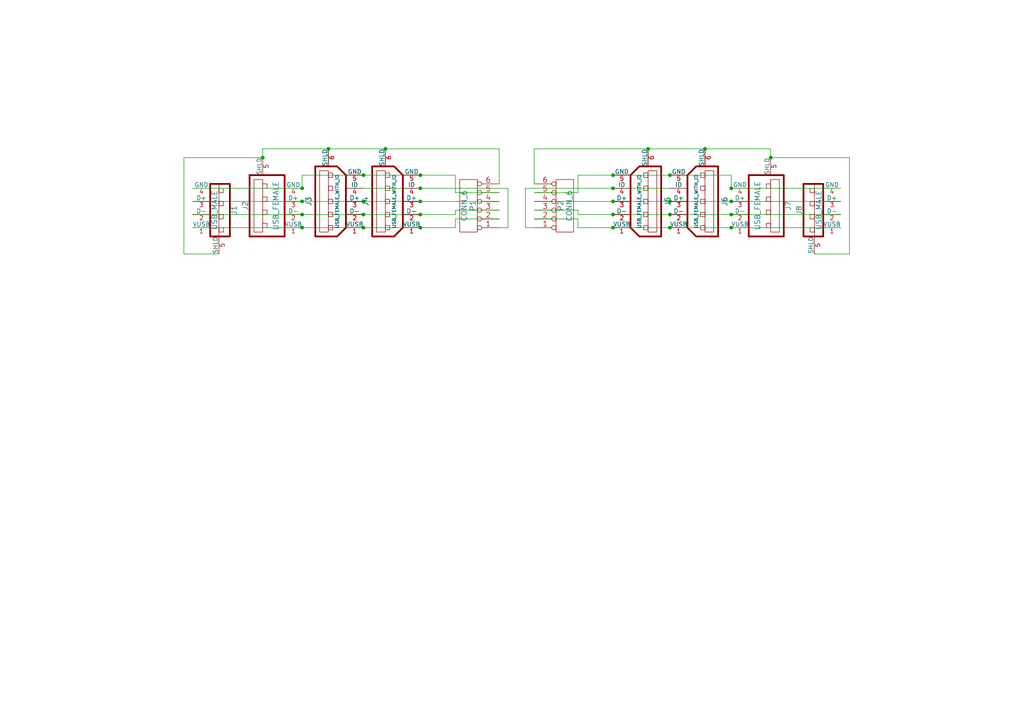
<source format=kicad_sch>
(kicad_sch (version 20230121) (generator eeschema)
  (paper "A4")
  (lib_symbols
    (symbol "usb_injector-rescue:CONN_6" (pin_names (offset 0.762) hide)
      (property "Reference" "P" (at -1.27 0 90))
      (property "Value" "CONN_6" (at 1.27 0 90))
      (symbol "CONN_6_0_1"
        (rectangle (start -2.54 7.62) (end 2.54 -7.62))
      )
      (symbol "CONN_6_1_1"
        (pin passive inverted (at -8.89 6.35 0) (length 6.35) (name "1") (number "1"))
        (pin passive inverted (at -8.89 3.81 0) (length 6.35) (name "2") (number "2"))
        (pin passive inverted (at -8.89 1.27 0) (length 6.35) (name "3") (number "3"))
        (pin passive inverted (at -8.89 -1.27 0) (length 6.35) (name "4") (number "4"))
        (pin passive inverted (at -8.89 -3.81 0) (length 6.35) (name "5") (number "5"))
        (pin passive inverted (at -8.89 -6.35 0) (length 6.35) (name "6") (number "6"))
      )
    )
    (symbol "usb_injector-rescue:USB_FEMALE" (pin_names (offset 0))
      (property "Reference" "J" (at 0 5.08 0))
      (property "Value" "USB_FEMALE" (at 0 -3.81 0))
      (symbol "USB_FEMALE_0_1"
        (rectangle (start -7.62 2.54) (end 7.62 0))
        (rectangle (start -6.35 0) (end -5.08 -1.27))
        (rectangle (start -2.54 0) (end -1.27 -1.27))
        (rectangle (start 1.27 0) (end 2.54 -1.27))
        (rectangle (start 5.08 0) (end 6.35 -1.27))
        (rectangle (start 8.89 3.81) (end -8.89 -6.35) (stroke (width 0.508)))
      )
      (symbol "USB_FEMALE_1_1"
        (pin input line (at -6.35 -11.43 90) (length 5.08) (name "VUSB") (number "1"))
        (pin input line (at -2.54 -11.43 90) (length 5.08) (name "D-") (number "2"))
        (pin input line (at 1.27 -11.43 90) (length 5.08) (name "D+") (number "3"))
        (pin input line (at 5.08 -11.43 90) (length 5.08) (name "GND") (number "4"))
        (pin input line (at 13.97 0 180) (length 5.08) (name "SHLD") (number "5"))
      )
    )
    (symbol "usb_injector-rescue:USB_FEMALE_WITH_ID" (pin_names (offset 0))
      (property "Reference" "J" (at 0 5.715 0))
      (property "Value" "USB_FEMALE_WITH_ID" (at 0 -2.54 0))
      (symbol "USB_FEMALE_WITH_ID_0_1"
        (rectangle (start -8.255 0) (end -6.985 -1.27))
        (rectangle (start -4.445 0) (end -3.175 -1.27))
        (rectangle (start -0.635 0) (end 0.635 -1.27))
        (polyline (pts (xy 7.62 -5.08) (xy 10.16 -2.54) (xy 10.16 3.81) (xy -10.16 3.81) (xy -10.16 -2.54) (xy -7.62 -5.08) (xy 7.62 -5.08)) (stroke (width 0.508)))
        (rectangle (start 3.175 0) (end 4.445 -1.27))
        (rectangle (start 6.985 0) (end 8.255 -1.27))
        (rectangle (start 8.89 2.54) (end -8.89 0))
      )
      (symbol "USB_FEMALE_WITH_ID_1_1"
        (pin input line (at -7.62 -10.16 90) (length 5.08) (name "VUSB") (number "1"))
        (pin input line (at -3.81 -10.16 90) (length 5.08) (name "D-") (number "2"))
        (pin input line (at 0 -10.16 90) (length 5.08) (name "D+") (number "3"))
        (pin input line (at 3.81 -10.16 90) (length 5.08) (name "ID") (number "4"))
        (pin input line (at 7.62 -10.16 90) (length 5.08) (name "GND") (number "5"))
        (pin input line (at 15.24 0 180) (length 5.08) (name "SHLD") (number "6"))
      )
    )
    (symbol "usb_injector-rescue:USB_MALE" (pin_names (offset 0))
      (property "Reference" "J" (at 0 4.445 0))
      (property "Value" "USB_MALE" (at 0 -1.27 0))
      (symbol "USB_MALE_0_1"
        (rectangle (start -7.62 -2.54) (end 7.62 0))
        (rectangle (start -6.35 0) (end -5.08 1.27))
        (rectangle (start -2.54 0) (end -1.27 1.27))
        (rectangle (start 1.27 0) (end 2.54 1.27))
        (rectangle (start 5.08 0) (end 6.35 1.27))
        (rectangle (start 7.62 -2.54) (end -7.62 3.175) (stroke (width 0.508)))
        (rectangle (start 7.62 -2.54) (end 7.62 -2.54))
      )
      (symbol "USB_MALE_1_1"
        (pin input line (at 5.08 -7.62 90) (length 5.08) (name "VUSB") (number "1"))
        (pin input line (at 1.27 -7.62 90) (length 5.08) (name "D-") (number "2"))
        (pin input line (at -2.54 -7.62 90) (length 5.08) (name "D+") (number "3"))
        (pin input line (at -6.35 -7.62 90) (length 5.08) (name "GND") (number "4"))
        (pin input line (at 12.7 0 180) (length 5.08) (name "SHLD") (number "5"))
      )
    )
  )
  (junction (at 212.09 54.61))
  (junction (at 177.8 66.04))
  (junction (at 212.09 66.04))
  (junction (at 105.41 58.42))
  (junction (at 212.09 58.42))
  (junction (at 177.8 62.23))
  (junction (at 121.92 58.42))
  (junction (at 194.31 66.04))
  (junction (at 76.2 45.72))
  (junction (at 121.92 54.61))
  (junction (at 95.25 43.18))
  (junction (at 212.09 62.23))
  (junction (at 105.41 62.23))
  (junction (at 194.31 58.42))
  (junction (at 121.92 62.23))
  (junction (at 194.31 50.8))
  (junction (at 223.52 45.72))
  (junction (at 177.8 50.8))
  (junction (at 111.76 43.18))
  (junction (at 105.41 66.04))
  (junction (at 87.63 66.04))
  (junction (at 87.63 58.42))
  (junction (at 87.63 62.23))
  (junction (at 194.31 62.23))
  (junction (at 177.8 54.61))
  (junction (at 121.92 66.04))
  (junction (at 187.96 43.18))
  (junction (at 204.47 43.18))
  (junction (at 105.41 50.8))
  (junction (at 121.92 50.8))
  (junction (at 177.8 58.42))
  (junction (at 87.63 54.61))
  (wire (pts (xy 132.08 60.96) (xy 144.78 60.96)))
  (wire (pts (xy 236.22 73.66) (xy 246.38 73.66)))
  (wire (pts (xy 87.63 50.8) (xy 105.41 50.8)))
  (wire (pts (xy 121.92 66.04) (xy 132.08 66.04)))
  (wire (pts (xy 212.09 66.04) (xy 243.84 66.04)))
  (wire (pts (xy 121.92 50.8) (xy 132.08 50.8)))
  (wire (pts (xy 212.09 54.61) (xy 212.09 50.8)))
  (wire (pts (xy 121.92 62.23) (xy 132.08 62.23)))
  (wire (pts (xy 194.31 66.04) (xy 212.09 66.04)))
  (wire (pts (xy 212.09 50.8) (xy 194.31 50.8)))
  (wire (pts (xy 167.64 60.96) (xy 154.94 60.96)))
  (wire (pts (xy 105.41 62.23) (xy 121.92 62.23)))
  (wire (pts (xy 204.47 43.18) (xy 187.96 43.18)))
  (wire (pts (xy 223.52 45.72) (xy 223.52 43.18)))
  (wire (pts (xy 63.5 73.66) (xy 53.34 73.66)))
  (wire (pts (xy 177.8 66.04) (xy 194.31 66.04)))
  (wire (pts (xy 105.41 58.42) (xy 121.92 58.42)))
  (wire (pts (xy 132.08 50.8) (xy 132.08 55.88)))
  (wire (pts (xy 152.4 54.61) (xy 152.4 66.04)))
  (wire (pts (xy 243.84 58.42) (xy 212.09 58.42)))
  (wire (pts (xy 132.08 62.23) (xy 132.08 60.96)))
  (wire (pts (xy 87.63 62.23) (xy 105.41 62.23)))
  (wire (pts (xy 55.88 58.42) (xy 87.63 58.42)))
  (wire (pts (xy 144.78 43.18) (xy 144.78 53.34)))
  (wire (pts (xy 87.63 54.61) (xy 87.63 50.8)))
  (wire (pts (xy 167.64 63.5) (xy 154.94 63.5)))
  (wire (pts (xy 111.76 43.18) (xy 144.78 43.18)))
  (wire (pts (xy 223.52 43.18) (xy 204.47 43.18)))
  (wire (pts (xy 105.41 54.61) (xy 121.92 54.61)))
  (wire (pts (xy 105.41 66.04) (xy 121.92 66.04)))
  (wire (pts (xy 132.08 63.5) (xy 144.78 63.5)))
  (wire (pts (xy 167.64 66.04) (xy 167.64 63.5)))
  (wire (pts (xy 187.96 43.18) (xy 154.94 43.18)))
  (wire (pts (xy 177.8 62.23) (xy 167.64 62.23)))
  (wire (pts (xy 87.63 58.42) (xy 105.41 58.42)))
  (wire (pts (xy 246.38 45.72) (xy 223.52 45.72)))
  (wire (pts (xy 167.64 50.8) (xy 167.64 55.88)))
  (wire (pts (xy 177.8 50.8) (xy 167.64 50.8)))
  (wire (pts (xy 132.08 66.04) (xy 132.08 63.5)))
  (wire (pts (xy 55.88 54.61) (xy 87.63 54.61)))
  (wire (pts (xy 177.8 54.61) (xy 152.4 54.61)))
  (wire (pts (xy 194.31 62.23) (xy 177.8 62.23)))
  (wire (pts (xy 167.64 66.04) (xy 177.8 66.04)))
  (wire (pts (xy 87.63 66.04) (xy 105.41 66.04)))
  (wire (pts (xy 194.31 54.61) (xy 177.8 54.61)))
  (wire (pts (xy 177.8 58.42) (xy 154.94 58.42)))
  (wire (pts (xy 76.2 43.18) (xy 95.25 43.18)))
  (wire (pts (xy 76.2 45.72) (xy 76.2 43.18)))
  (wire (pts (xy 147.32 66.04) (xy 144.78 66.04)))
  (wire (pts (xy 53.34 73.66) (xy 53.34 45.72)))
  (wire (pts (xy 167.64 55.88) (xy 154.94 55.88)))
  (wire (pts (xy 154.94 43.18) (xy 154.94 53.34)))
  (wire (pts (xy 95.25 43.18) (xy 111.76 43.18)))
  (wire (pts (xy 243.84 62.23) (xy 212.09 62.23)))
  (wire (pts (xy 194.31 50.8) (xy 177.8 50.8)))
  (wire (pts (xy 105.41 50.8) (xy 121.92 50.8)))
  (wire (pts (xy 132.08 55.88) (xy 144.78 55.88)))
  (wire (pts (xy 55.88 66.04) (xy 87.63 66.04)))
  (wire (pts (xy 246.38 73.66) (xy 246.38 45.72)))
  (wire (pts (xy 243.84 54.61) (xy 212.09 54.61)))
  (wire (pts (xy 121.92 58.42) (xy 144.78 58.42)))
  (wire (pts (xy 212.09 62.23) (xy 194.31 62.23)))
  (wire (pts (xy 147.32 54.61) (xy 147.32 66.04)))
  (wire (pts (xy 53.34 45.72) (xy 76.2 45.72)))
  (wire (pts (xy 121.92 54.61) (xy 147.32 54.61)))
  (wire (pts (xy 167.64 62.23) (xy 167.64 60.96)))
  (wire (pts (xy 212.09 58.42) (xy 194.31 58.42)))
  (wire (pts (xy 152.4 66.04) (xy 154.94 66.04)))
  (wire (pts (xy 55.88 62.23) (xy 87.63 62.23)))
  (wire (pts (xy 194.31 58.42) (xy 177.8 58.42)))
  (symbol (lib_id "usb_injector-rescue:USB_FEMALE") (at 76.2 59.69 90) (unit 1)
    (property "Reference" "J2" (at 71.12 59.69 0) (effects (font (size 1.524 1.524))))
    (property "Value" "USB_FEMALE" (at 80.01 59.69 0) (effects (font (size 1.524 1.524))))
  )
  (symbol (lib_id "usb_injector-rescue:USB_MALE") (at 63.5 60.96 270) (unit 1)
    (property "Reference" "J1" (at 67.945 60.96 0) (effects (font (size 1.524 1.524))))
    (property "Value" "USB_MALE" (at 62.23 60.96 0) (effects (font (size 1.524 1.524))))
  )
  (symbol (lib_id "usb_injector-rescue:USB_FEMALE_WITH_ID") (at 95.25 58.42 90) (unit 1)
    (property "Reference" "J3" (at 89.535 58.42 0) (effects (font (size 1.524 1.524))))
    (property "Value" "USB_FEMALE_WITH_ID" (at 97.79 58.42 0) (effects (font (size 0.9906 0.9906))))
  )
  (symbol (lib_id "usb_injector-rescue:USB_FEMALE_WITH_ID") (at 111.76 58.42 90) (unit 1)
    (property "Reference" "J4" (at 106.045 58.42 0) (effects (font (size 1.524 1.524))))
    (property "Value" "USB_FEMALE_WITH_ID" (at 114.3 58.42 0) (effects (font (size 0.9906 0.9906))))
  )
  (symbol (lib_id "usb_injector-rescue:CONN_6") (at 135.89 59.69 180) (unit 1)
    (property "Reference" "P1" (at 137.16 59.69 90) (effects (font (size 1.524 1.524))))
    (property "Value" "CONN_6" (at 134.62 59.69 90) (effects (font (size 1.524 1.524))))
  )
  (symbol (lib_id "usb_injector-rescue:USB_FEMALE") (at 223.52 59.69 270) (mirror x) (unit 1)
    (property "Reference" "J7" (at 228.6 59.69 0) (effects (font (size 1.524 1.524))))
    (property "Value" "USB_FEMALE" (at 219.71 59.69 0) (effects (font (size 1.524 1.524))))
  )
  (symbol (lib_id "usb_injector-rescue:USB_MALE") (at 236.22 60.96 90) (mirror x) (unit 1)
    (property "Reference" "J8" (at 231.775 60.96 0) (effects (font (size 1.524 1.524))))
    (property "Value" "USB_MALE" (at 237.49 60.96 0) (effects (font (size 1.524 1.524))))
  )
  (symbol (lib_id "usb_injector-rescue:USB_FEMALE_WITH_ID") (at 204.47 58.42 270) (mirror x) (unit 1)
    (property "Reference" "J6" (at 210.185 58.42 0) (effects (font (size 1.524 1.524))))
    (property "Value" "USB_FEMALE_WITH_ID" (at 201.93 58.42 0) (effects (font (size 0.9906 0.9906))))
  )
  (symbol (lib_id "usb_injector-rescue:USB_FEMALE_WITH_ID") (at 187.96 58.42 270) (mirror x) (unit 1)
    (property "Reference" "J5" (at 193.675 58.42 0) (effects (font (size 1.524 1.524))))
    (property "Value" "USB_FEMALE_WITH_ID" (at 185.42 58.42 0) (effects (font (size 0.9906 0.9906))))
  )
  (symbol (lib_id "usb_injector-rescue:CONN_6") (at 163.83 59.69 0) (mirror x) (unit 1)
    (property "Reference" "P2" (at 162.56 59.69 90) (effects (font (size 1.524 1.524))))
    (property "Value" "CONN_6" (at 165.1 59.69 90) (effects (font (size 1.524 1.524))))
  )
)
</source>
